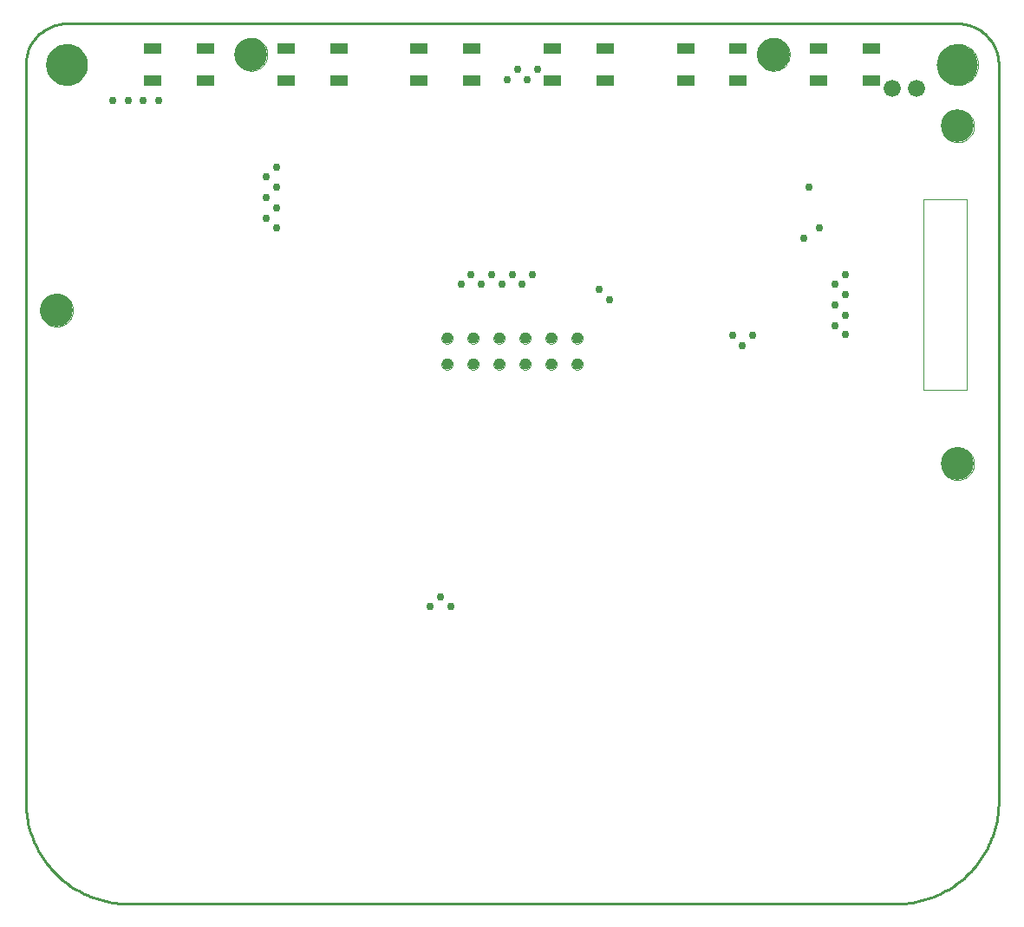
<source format=gbs>
G75*
%MOIN*%
%OFA0B0*%
%FSLAX24Y24*%
%IPPOS*%
%LPD*%
%AMOC8*
5,1,8,0,0,1.08239X$1,22.5*
%
%ADD10C,0.0100*%
%ADD11C,0.0000*%
%ADD12C,0.1575*%
%ADD13C,0.0039*%
%ADD14C,0.1260*%
%ADD15R,0.0650X0.0394*%
%ADD16C,0.0660*%
%ADD17C,0.0433*%
%ADD18C,0.0300*%
D10*
X005927Y004947D02*
X035455Y004947D01*
X035579Y004949D01*
X035702Y004955D01*
X035826Y004964D01*
X035948Y004978D01*
X036071Y004995D01*
X036193Y005017D01*
X036314Y005042D01*
X036434Y005071D01*
X036553Y005103D01*
X036672Y005140D01*
X036789Y005180D01*
X036904Y005223D01*
X037019Y005271D01*
X037131Y005322D01*
X037242Y005376D01*
X037352Y005434D01*
X037459Y005495D01*
X037565Y005560D01*
X037668Y005628D01*
X037769Y005699D01*
X037868Y005773D01*
X037965Y005850D01*
X038059Y005931D01*
X038150Y006014D01*
X038239Y006100D01*
X038325Y006189D01*
X038408Y006280D01*
X038489Y006374D01*
X038566Y006471D01*
X038640Y006570D01*
X038711Y006671D01*
X038779Y006774D01*
X038844Y006880D01*
X038905Y006987D01*
X038963Y007097D01*
X039017Y007208D01*
X039068Y007320D01*
X039116Y007435D01*
X039159Y007550D01*
X039199Y007667D01*
X039236Y007786D01*
X039268Y007905D01*
X039297Y008025D01*
X039322Y008146D01*
X039344Y008268D01*
X039361Y008391D01*
X039375Y008513D01*
X039384Y008637D01*
X039390Y008760D01*
X039392Y008884D01*
X039392Y037231D01*
X039390Y037308D01*
X039384Y037385D01*
X039375Y037462D01*
X039362Y037538D01*
X039345Y037614D01*
X039324Y037688D01*
X039300Y037762D01*
X039272Y037834D01*
X039241Y037904D01*
X039206Y037973D01*
X039168Y038041D01*
X039127Y038106D01*
X039082Y038169D01*
X039034Y038230D01*
X038984Y038289D01*
X038931Y038345D01*
X038875Y038398D01*
X038816Y038448D01*
X038755Y038496D01*
X038692Y038541D01*
X038627Y038582D01*
X038559Y038620D01*
X038490Y038655D01*
X038420Y038686D01*
X038348Y038714D01*
X038274Y038738D01*
X038200Y038759D01*
X038124Y038776D01*
X038048Y038789D01*
X037971Y038798D01*
X037894Y038804D01*
X037817Y038806D01*
X003565Y038806D01*
X003488Y038804D01*
X003411Y038798D01*
X003334Y038789D01*
X003258Y038776D01*
X003182Y038759D01*
X003108Y038738D01*
X003034Y038714D01*
X002962Y038686D01*
X002892Y038655D01*
X002823Y038620D01*
X002755Y038582D01*
X002690Y038541D01*
X002627Y038496D01*
X002566Y038448D01*
X002507Y038398D01*
X002451Y038345D01*
X002398Y038289D01*
X002348Y038230D01*
X002300Y038169D01*
X002255Y038106D01*
X002214Y038041D01*
X002176Y037973D01*
X002141Y037904D01*
X002110Y037834D01*
X002082Y037762D01*
X002058Y037688D01*
X002037Y037614D01*
X002020Y037538D01*
X002007Y037462D01*
X001998Y037385D01*
X001992Y037308D01*
X001990Y037231D01*
X001990Y008884D01*
X001992Y008760D01*
X001998Y008637D01*
X002007Y008513D01*
X002021Y008391D01*
X002038Y008268D01*
X002060Y008146D01*
X002085Y008025D01*
X002114Y007905D01*
X002146Y007786D01*
X002183Y007667D01*
X002223Y007550D01*
X002266Y007435D01*
X002314Y007320D01*
X002365Y007208D01*
X002419Y007097D01*
X002477Y006987D01*
X002538Y006880D01*
X002603Y006774D01*
X002671Y006671D01*
X002742Y006570D01*
X002816Y006471D01*
X002893Y006374D01*
X002974Y006280D01*
X003057Y006189D01*
X003143Y006100D01*
X003232Y006014D01*
X003323Y005931D01*
X003417Y005850D01*
X003514Y005773D01*
X003613Y005699D01*
X003714Y005628D01*
X003817Y005560D01*
X003923Y005495D01*
X004030Y005434D01*
X004140Y005376D01*
X004251Y005322D01*
X004363Y005271D01*
X004478Y005223D01*
X004593Y005180D01*
X004710Y005140D01*
X004829Y005103D01*
X004948Y005071D01*
X005068Y005042D01*
X005189Y005017D01*
X005311Y004995D01*
X005434Y004978D01*
X005556Y004964D01*
X005680Y004955D01*
X005803Y004949D01*
X005927Y004947D01*
D11*
X017974Y025707D02*
X017976Y025736D01*
X017982Y025764D01*
X017991Y025792D01*
X018004Y025818D01*
X018021Y025841D01*
X018040Y025863D01*
X018062Y025882D01*
X018087Y025897D01*
X018113Y025910D01*
X018141Y025918D01*
X018169Y025923D01*
X018198Y025924D01*
X018227Y025921D01*
X018255Y025914D01*
X018282Y025904D01*
X018308Y025890D01*
X018331Y025873D01*
X018352Y025853D01*
X018370Y025830D01*
X018385Y025805D01*
X018396Y025778D01*
X018404Y025750D01*
X018408Y025721D01*
X018408Y025693D01*
X018404Y025664D01*
X018396Y025636D01*
X018385Y025609D01*
X018370Y025584D01*
X018352Y025561D01*
X018331Y025541D01*
X018308Y025524D01*
X018282Y025510D01*
X018255Y025500D01*
X018227Y025493D01*
X018198Y025490D01*
X018169Y025491D01*
X018141Y025496D01*
X018113Y025504D01*
X018087Y025517D01*
X018062Y025532D01*
X018040Y025551D01*
X018021Y025573D01*
X018004Y025596D01*
X017991Y025622D01*
X017982Y025650D01*
X017976Y025678D01*
X017974Y025707D01*
X017974Y026707D02*
X017976Y026736D01*
X017982Y026764D01*
X017991Y026792D01*
X018004Y026818D01*
X018021Y026841D01*
X018040Y026863D01*
X018062Y026882D01*
X018087Y026897D01*
X018113Y026910D01*
X018141Y026918D01*
X018169Y026923D01*
X018198Y026924D01*
X018227Y026921D01*
X018255Y026914D01*
X018282Y026904D01*
X018308Y026890D01*
X018331Y026873D01*
X018352Y026853D01*
X018370Y026830D01*
X018385Y026805D01*
X018396Y026778D01*
X018404Y026750D01*
X018408Y026721D01*
X018408Y026693D01*
X018404Y026664D01*
X018396Y026636D01*
X018385Y026609D01*
X018370Y026584D01*
X018352Y026561D01*
X018331Y026541D01*
X018308Y026524D01*
X018282Y026510D01*
X018255Y026500D01*
X018227Y026493D01*
X018198Y026490D01*
X018169Y026491D01*
X018141Y026496D01*
X018113Y026504D01*
X018087Y026517D01*
X018062Y026532D01*
X018040Y026551D01*
X018021Y026573D01*
X018004Y026596D01*
X017991Y026622D01*
X017982Y026650D01*
X017976Y026678D01*
X017974Y026707D01*
X018974Y026707D02*
X018976Y026736D01*
X018982Y026764D01*
X018991Y026792D01*
X019004Y026818D01*
X019021Y026841D01*
X019040Y026863D01*
X019062Y026882D01*
X019087Y026897D01*
X019113Y026910D01*
X019141Y026918D01*
X019169Y026923D01*
X019198Y026924D01*
X019227Y026921D01*
X019255Y026914D01*
X019282Y026904D01*
X019308Y026890D01*
X019331Y026873D01*
X019352Y026853D01*
X019370Y026830D01*
X019385Y026805D01*
X019396Y026778D01*
X019404Y026750D01*
X019408Y026721D01*
X019408Y026693D01*
X019404Y026664D01*
X019396Y026636D01*
X019385Y026609D01*
X019370Y026584D01*
X019352Y026561D01*
X019331Y026541D01*
X019308Y026524D01*
X019282Y026510D01*
X019255Y026500D01*
X019227Y026493D01*
X019198Y026490D01*
X019169Y026491D01*
X019141Y026496D01*
X019113Y026504D01*
X019087Y026517D01*
X019062Y026532D01*
X019040Y026551D01*
X019021Y026573D01*
X019004Y026596D01*
X018991Y026622D01*
X018982Y026650D01*
X018976Y026678D01*
X018974Y026707D01*
X018974Y025707D02*
X018976Y025736D01*
X018982Y025764D01*
X018991Y025792D01*
X019004Y025818D01*
X019021Y025841D01*
X019040Y025863D01*
X019062Y025882D01*
X019087Y025897D01*
X019113Y025910D01*
X019141Y025918D01*
X019169Y025923D01*
X019198Y025924D01*
X019227Y025921D01*
X019255Y025914D01*
X019282Y025904D01*
X019308Y025890D01*
X019331Y025873D01*
X019352Y025853D01*
X019370Y025830D01*
X019385Y025805D01*
X019396Y025778D01*
X019404Y025750D01*
X019408Y025721D01*
X019408Y025693D01*
X019404Y025664D01*
X019396Y025636D01*
X019385Y025609D01*
X019370Y025584D01*
X019352Y025561D01*
X019331Y025541D01*
X019308Y025524D01*
X019282Y025510D01*
X019255Y025500D01*
X019227Y025493D01*
X019198Y025490D01*
X019169Y025491D01*
X019141Y025496D01*
X019113Y025504D01*
X019087Y025517D01*
X019062Y025532D01*
X019040Y025551D01*
X019021Y025573D01*
X019004Y025596D01*
X018991Y025622D01*
X018982Y025650D01*
X018976Y025678D01*
X018974Y025707D01*
X019974Y025707D02*
X019976Y025736D01*
X019982Y025764D01*
X019991Y025792D01*
X020004Y025818D01*
X020021Y025841D01*
X020040Y025863D01*
X020062Y025882D01*
X020087Y025897D01*
X020113Y025910D01*
X020141Y025918D01*
X020169Y025923D01*
X020198Y025924D01*
X020227Y025921D01*
X020255Y025914D01*
X020282Y025904D01*
X020308Y025890D01*
X020331Y025873D01*
X020352Y025853D01*
X020370Y025830D01*
X020385Y025805D01*
X020396Y025778D01*
X020404Y025750D01*
X020408Y025721D01*
X020408Y025693D01*
X020404Y025664D01*
X020396Y025636D01*
X020385Y025609D01*
X020370Y025584D01*
X020352Y025561D01*
X020331Y025541D01*
X020308Y025524D01*
X020282Y025510D01*
X020255Y025500D01*
X020227Y025493D01*
X020198Y025490D01*
X020169Y025491D01*
X020141Y025496D01*
X020113Y025504D01*
X020087Y025517D01*
X020062Y025532D01*
X020040Y025551D01*
X020021Y025573D01*
X020004Y025596D01*
X019991Y025622D01*
X019982Y025650D01*
X019976Y025678D01*
X019974Y025707D01*
X019974Y026707D02*
X019976Y026736D01*
X019982Y026764D01*
X019991Y026792D01*
X020004Y026818D01*
X020021Y026841D01*
X020040Y026863D01*
X020062Y026882D01*
X020087Y026897D01*
X020113Y026910D01*
X020141Y026918D01*
X020169Y026923D01*
X020198Y026924D01*
X020227Y026921D01*
X020255Y026914D01*
X020282Y026904D01*
X020308Y026890D01*
X020331Y026873D01*
X020352Y026853D01*
X020370Y026830D01*
X020385Y026805D01*
X020396Y026778D01*
X020404Y026750D01*
X020408Y026721D01*
X020408Y026693D01*
X020404Y026664D01*
X020396Y026636D01*
X020385Y026609D01*
X020370Y026584D01*
X020352Y026561D01*
X020331Y026541D01*
X020308Y026524D01*
X020282Y026510D01*
X020255Y026500D01*
X020227Y026493D01*
X020198Y026490D01*
X020169Y026491D01*
X020141Y026496D01*
X020113Y026504D01*
X020087Y026517D01*
X020062Y026532D01*
X020040Y026551D01*
X020021Y026573D01*
X020004Y026596D01*
X019991Y026622D01*
X019982Y026650D01*
X019976Y026678D01*
X019974Y026707D01*
X020974Y026707D02*
X020976Y026736D01*
X020982Y026764D01*
X020991Y026792D01*
X021004Y026818D01*
X021021Y026841D01*
X021040Y026863D01*
X021062Y026882D01*
X021087Y026897D01*
X021113Y026910D01*
X021141Y026918D01*
X021169Y026923D01*
X021198Y026924D01*
X021227Y026921D01*
X021255Y026914D01*
X021282Y026904D01*
X021308Y026890D01*
X021331Y026873D01*
X021352Y026853D01*
X021370Y026830D01*
X021385Y026805D01*
X021396Y026778D01*
X021404Y026750D01*
X021408Y026721D01*
X021408Y026693D01*
X021404Y026664D01*
X021396Y026636D01*
X021385Y026609D01*
X021370Y026584D01*
X021352Y026561D01*
X021331Y026541D01*
X021308Y026524D01*
X021282Y026510D01*
X021255Y026500D01*
X021227Y026493D01*
X021198Y026490D01*
X021169Y026491D01*
X021141Y026496D01*
X021113Y026504D01*
X021087Y026517D01*
X021062Y026532D01*
X021040Y026551D01*
X021021Y026573D01*
X021004Y026596D01*
X020991Y026622D01*
X020982Y026650D01*
X020976Y026678D01*
X020974Y026707D01*
X020974Y025707D02*
X020976Y025736D01*
X020982Y025764D01*
X020991Y025792D01*
X021004Y025818D01*
X021021Y025841D01*
X021040Y025863D01*
X021062Y025882D01*
X021087Y025897D01*
X021113Y025910D01*
X021141Y025918D01*
X021169Y025923D01*
X021198Y025924D01*
X021227Y025921D01*
X021255Y025914D01*
X021282Y025904D01*
X021308Y025890D01*
X021331Y025873D01*
X021352Y025853D01*
X021370Y025830D01*
X021385Y025805D01*
X021396Y025778D01*
X021404Y025750D01*
X021408Y025721D01*
X021408Y025693D01*
X021404Y025664D01*
X021396Y025636D01*
X021385Y025609D01*
X021370Y025584D01*
X021352Y025561D01*
X021331Y025541D01*
X021308Y025524D01*
X021282Y025510D01*
X021255Y025500D01*
X021227Y025493D01*
X021198Y025490D01*
X021169Y025491D01*
X021141Y025496D01*
X021113Y025504D01*
X021087Y025517D01*
X021062Y025532D01*
X021040Y025551D01*
X021021Y025573D01*
X021004Y025596D01*
X020991Y025622D01*
X020982Y025650D01*
X020976Y025678D01*
X020974Y025707D01*
X021974Y025707D02*
X021976Y025736D01*
X021982Y025764D01*
X021991Y025792D01*
X022004Y025818D01*
X022021Y025841D01*
X022040Y025863D01*
X022062Y025882D01*
X022087Y025897D01*
X022113Y025910D01*
X022141Y025918D01*
X022169Y025923D01*
X022198Y025924D01*
X022227Y025921D01*
X022255Y025914D01*
X022282Y025904D01*
X022308Y025890D01*
X022331Y025873D01*
X022352Y025853D01*
X022370Y025830D01*
X022385Y025805D01*
X022396Y025778D01*
X022404Y025750D01*
X022408Y025721D01*
X022408Y025693D01*
X022404Y025664D01*
X022396Y025636D01*
X022385Y025609D01*
X022370Y025584D01*
X022352Y025561D01*
X022331Y025541D01*
X022308Y025524D01*
X022282Y025510D01*
X022255Y025500D01*
X022227Y025493D01*
X022198Y025490D01*
X022169Y025491D01*
X022141Y025496D01*
X022113Y025504D01*
X022087Y025517D01*
X022062Y025532D01*
X022040Y025551D01*
X022021Y025573D01*
X022004Y025596D01*
X021991Y025622D01*
X021982Y025650D01*
X021976Y025678D01*
X021974Y025707D01*
X021974Y026707D02*
X021976Y026736D01*
X021982Y026764D01*
X021991Y026792D01*
X022004Y026818D01*
X022021Y026841D01*
X022040Y026863D01*
X022062Y026882D01*
X022087Y026897D01*
X022113Y026910D01*
X022141Y026918D01*
X022169Y026923D01*
X022198Y026924D01*
X022227Y026921D01*
X022255Y026914D01*
X022282Y026904D01*
X022308Y026890D01*
X022331Y026873D01*
X022352Y026853D01*
X022370Y026830D01*
X022385Y026805D01*
X022396Y026778D01*
X022404Y026750D01*
X022408Y026721D01*
X022408Y026693D01*
X022404Y026664D01*
X022396Y026636D01*
X022385Y026609D01*
X022370Y026584D01*
X022352Y026561D01*
X022331Y026541D01*
X022308Y026524D01*
X022282Y026510D01*
X022255Y026500D01*
X022227Y026493D01*
X022198Y026490D01*
X022169Y026491D01*
X022141Y026496D01*
X022113Y026504D01*
X022087Y026517D01*
X022062Y026532D01*
X022040Y026551D01*
X022021Y026573D01*
X022004Y026596D01*
X021991Y026622D01*
X021982Y026650D01*
X021976Y026678D01*
X021974Y026707D01*
X022974Y026707D02*
X022976Y026736D01*
X022982Y026764D01*
X022991Y026792D01*
X023004Y026818D01*
X023021Y026841D01*
X023040Y026863D01*
X023062Y026882D01*
X023087Y026897D01*
X023113Y026910D01*
X023141Y026918D01*
X023169Y026923D01*
X023198Y026924D01*
X023227Y026921D01*
X023255Y026914D01*
X023282Y026904D01*
X023308Y026890D01*
X023331Y026873D01*
X023352Y026853D01*
X023370Y026830D01*
X023385Y026805D01*
X023396Y026778D01*
X023404Y026750D01*
X023408Y026721D01*
X023408Y026693D01*
X023404Y026664D01*
X023396Y026636D01*
X023385Y026609D01*
X023370Y026584D01*
X023352Y026561D01*
X023331Y026541D01*
X023308Y026524D01*
X023282Y026510D01*
X023255Y026500D01*
X023227Y026493D01*
X023198Y026490D01*
X023169Y026491D01*
X023141Y026496D01*
X023113Y026504D01*
X023087Y026517D01*
X023062Y026532D01*
X023040Y026551D01*
X023021Y026573D01*
X023004Y026596D01*
X022991Y026622D01*
X022982Y026650D01*
X022976Y026678D01*
X022974Y026707D01*
X022974Y025707D02*
X022976Y025736D01*
X022982Y025764D01*
X022991Y025792D01*
X023004Y025818D01*
X023021Y025841D01*
X023040Y025863D01*
X023062Y025882D01*
X023087Y025897D01*
X023113Y025910D01*
X023141Y025918D01*
X023169Y025923D01*
X023198Y025924D01*
X023227Y025921D01*
X023255Y025914D01*
X023282Y025904D01*
X023308Y025890D01*
X023331Y025873D01*
X023352Y025853D01*
X023370Y025830D01*
X023385Y025805D01*
X023396Y025778D01*
X023404Y025750D01*
X023408Y025721D01*
X023408Y025693D01*
X023404Y025664D01*
X023396Y025636D01*
X023385Y025609D01*
X023370Y025584D01*
X023352Y025561D01*
X023331Y025541D01*
X023308Y025524D01*
X023282Y025510D01*
X023255Y025500D01*
X023227Y025493D01*
X023198Y025490D01*
X023169Y025491D01*
X023141Y025496D01*
X023113Y025504D01*
X023087Y025517D01*
X023062Y025532D01*
X023040Y025551D01*
X023021Y025573D01*
X023004Y025596D01*
X022991Y025622D01*
X022982Y025650D01*
X022976Y025678D01*
X022974Y025707D01*
X030101Y037624D02*
X030103Y037674D01*
X030109Y037724D01*
X030119Y037773D01*
X030133Y037821D01*
X030150Y037868D01*
X030171Y037913D01*
X030196Y037957D01*
X030224Y037998D01*
X030256Y038037D01*
X030290Y038074D01*
X030327Y038108D01*
X030367Y038138D01*
X030409Y038165D01*
X030453Y038189D01*
X030499Y038210D01*
X030546Y038226D01*
X030594Y038239D01*
X030644Y038248D01*
X030693Y038253D01*
X030744Y038254D01*
X030794Y038251D01*
X030843Y038244D01*
X030892Y038233D01*
X030940Y038218D01*
X030986Y038200D01*
X031031Y038178D01*
X031074Y038152D01*
X031115Y038123D01*
X031154Y038091D01*
X031190Y038056D01*
X031222Y038018D01*
X031252Y037978D01*
X031279Y037935D01*
X031302Y037891D01*
X031321Y037845D01*
X031337Y037797D01*
X031349Y037748D01*
X031357Y037699D01*
X031361Y037649D01*
X031361Y037599D01*
X031357Y037549D01*
X031349Y037500D01*
X031337Y037451D01*
X031321Y037403D01*
X031302Y037357D01*
X031279Y037313D01*
X031252Y037270D01*
X031222Y037230D01*
X031190Y037192D01*
X031154Y037157D01*
X031115Y037125D01*
X031074Y037096D01*
X031031Y037070D01*
X030986Y037048D01*
X030940Y037030D01*
X030892Y037015D01*
X030843Y037004D01*
X030794Y036997D01*
X030744Y036994D01*
X030693Y036995D01*
X030644Y037000D01*
X030594Y037009D01*
X030546Y037022D01*
X030499Y037038D01*
X030453Y037059D01*
X030409Y037083D01*
X030367Y037110D01*
X030327Y037140D01*
X030290Y037174D01*
X030256Y037211D01*
X030224Y037250D01*
X030196Y037291D01*
X030171Y037335D01*
X030150Y037380D01*
X030133Y037427D01*
X030119Y037475D01*
X030109Y037524D01*
X030103Y037574D01*
X030101Y037624D01*
X036518Y032034D02*
X036518Y031561D01*
X037187Y034869D02*
X037189Y034919D01*
X037195Y034969D01*
X037205Y035018D01*
X037219Y035066D01*
X037236Y035113D01*
X037257Y035158D01*
X037282Y035202D01*
X037310Y035243D01*
X037342Y035282D01*
X037376Y035319D01*
X037413Y035353D01*
X037453Y035383D01*
X037495Y035410D01*
X037539Y035434D01*
X037585Y035455D01*
X037632Y035471D01*
X037680Y035484D01*
X037730Y035493D01*
X037779Y035498D01*
X037830Y035499D01*
X037880Y035496D01*
X037929Y035489D01*
X037978Y035478D01*
X038026Y035463D01*
X038072Y035445D01*
X038117Y035423D01*
X038160Y035397D01*
X038201Y035368D01*
X038240Y035336D01*
X038276Y035301D01*
X038308Y035263D01*
X038338Y035223D01*
X038365Y035180D01*
X038388Y035136D01*
X038407Y035090D01*
X038423Y035042D01*
X038435Y034993D01*
X038443Y034944D01*
X038447Y034894D01*
X038447Y034844D01*
X038443Y034794D01*
X038435Y034745D01*
X038423Y034696D01*
X038407Y034648D01*
X038388Y034602D01*
X038365Y034558D01*
X038338Y034515D01*
X038308Y034475D01*
X038276Y034437D01*
X038240Y034402D01*
X038201Y034370D01*
X038160Y034341D01*
X038117Y034315D01*
X038072Y034293D01*
X038026Y034275D01*
X037978Y034260D01*
X037929Y034249D01*
X037880Y034242D01*
X037830Y034239D01*
X037779Y034240D01*
X037730Y034245D01*
X037680Y034254D01*
X037632Y034267D01*
X037585Y034283D01*
X037539Y034304D01*
X037495Y034328D01*
X037453Y034355D01*
X037413Y034385D01*
X037376Y034419D01*
X037342Y034456D01*
X037310Y034495D01*
X037282Y034536D01*
X037257Y034580D01*
X037236Y034625D01*
X037219Y034672D01*
X037205Y034720D01*
X037195Y034769D01*
X037189Y034819D01*
X037187Y034869D01*
X037030Y037231D02*
X037032Y037287D01*
X037038Y037342D01*
X037048Y037396D01*
X037061Y037450D01*
X037079Y037503D01*
X037100Y037554D01*
X037124Y037604D01*
X037152Y037652D01*
X037184Y037698D01*
X037218Y037742D01*
X037256Y037783D01*
X037296Y037821D01*
X037339Y037856D01*
X037384Y037888D01*
X037432Y037917D01*
X037481Y037943D01*
X037532Y037965D01*
X037584Y037983D01*
X037638Y037997D01*
X037693Y038008D01*
X037748Y038015D01*
X037803Y038018D01*
X037859Y038017D01*
X037914Y038012D01*
X037969Y038003D01*
X038023Y037991D01*
X038076Y037974D01*
X038128Y037954D01*
X038178Y037930D01*
X038226Y037903D01*
X038273Y037873D01*
X038317Y037839D01*
X038359Y037802D01*
X038397Y037762D01*
X038434Y037720D01*
X038467Y037675D01*
X038496Y037629D01*
X038523Y037580D01*
X038545Y037529D01*
X038565Y037477D01*
X038580Y037423D01*
X038592Y037369D01*
X038600Y037314D01*
X038604Y037259D01*
X038604Y037203D01*
X038600Y037148D01*
X038592Y037093D01*
X038580Y037039D01*
X038565Y036985D01*
X038545Y036933D01*
X038523Y036882D01*
X038496Y036833D01*
X038467Y036787D01*
X038434Y036742D01*
X038397Y036700D01*
X038359Y036660D01*
X038317Y036623D01*
X038273Y036589D01*
X038226Y036559D01*
X038178Y036532D01*
X038128Y036508D01*
X038076Y036488D01*
X038023Y036471D01*
X037969Y036459D01*
X037914Y036450D01*
X037859Y036445D01*
X037803Y036444D01*
X037748Y036447D01*
X037693Y036454D01*
X037638Y036465D01*
X037584Y036479D01*
X037532Y036497D01*
X037481Y036519D01*
X037432Y036545D01*
X037384Y036574D01*
X037339Y036606D01*
X037296Y036641D01*
X037256Y036679D01*
X037218Y036720D01*
X037184Y036764D01*
X037152Y036810D01*
X037124Y036858D01*
X037100Y036908D01*
X037079Y036959D01*
X037061Y037012D01*
X037048Y037066D01*
X037038Y037120D01*
X037032Y037175D01*
X037030Y037231D01*
X037187Y021876D02*
X037189Y021926D01*
X037195Y021976D01*
X037205Y022025D01*
X037219Y022073D01*
X037236Y022120D01*
X037257Y022165D01*
X037282Y022209D01*
X037310Y022250D01*
X037342Y022289D01*
X037376Y022326D01*
X037413Y022360D01*
X037453Y022390D01*
X037495Y022417D01*
X037539Y022441D01*
X037585Y022462D01*
X037632Y022478D01*
X037680Y022491D01*
X037730Y022500D01*
X037779Y022505D01*
X037830Y022506D01*
X037880Y022503D01*
X037929Y022496D01*
X037978Y022485D01*
X038026Y022470D01*
X038072Y022452D01*
X038117Y022430D01*
X038160Y022404D01*
X038201Y022375D01*
X038240Y022343D01*
X038276Y022308D01*
X038308Y022270D01*
X038338Y022230D01*
X038365Y022187D01*
X038388Y022143D01*
X038407Y022097D01*
X038423Y022049D01*
X038435Y022000D01*
X038443Y021951D01*
X038447Y021901D01*
X038447Y021851D01*
X038443Y021801D01*
X038435Y021752D01*
X038423Y021703D01*
X038407Y021655D01*
X038388Y021609D01*
X038365Y021565D01*
X038338Y021522D01*
X038308Y021482D01*
X038276Y021444D01*
X038240Y021409D01*
X038201Y021377D01*
X038160Y021348D01*
X038117Y021322D01*
X038072Y021300D01*
X038026Y021282D01*
X037978Y021267D01*
X037929Y021256D01*
X037880Y021249D01*
X037830Y021246D01*
X037779Y021247D01*
X037730Y021252D01*
X037680Y021261D01*
X037632Y021274D01*
X037585Y021290D01*
X037539Y021311D01*
X037495Y021335D01*
X037453Y021362D01*
X037413Y021392D01*
X037376Y021426D01*
X037342Y021463D01*
X037310Y021502D01*
X037282Y021543D01*
X037257Y021587D01*
X037236Y021632D01*
X037219Y021679D01*
X037205Y021727D01*
X037195Y021776D01*
X037189Y021826D01*
X037187Y021876D01*
X010022Y037624D02*
X010024Y037674D01*
X010030Y037724D01*
X010040Y037773D01*
X010054Y037821D01*
X010071Y037868D01*
X010092Y037913D01*
X010117Y037957D01*
X010145Y037998D01*
X010177Y038037D01*
X010211Y038074D01*
X010248Y038108D01*
X010288Y038138D01*
X010330Y038165D01*
X010374Y038189D01*
X010420Y038210D01*
X010467Y038226D01*
X010515Y038239D01*
X010565Y038248D01*
X010614Y038253D01*
X010665Y038254D01*
X010715Y038251D01*
X010764Y038244D01*
X010813Y038233D01*
X010861Y038218D01*
X010907Y038200D01*
X010952Y038178D01*
X010995Y038152D01*
X011036Y038123D01*
X011075Y038091D01*
X011111Y038056D01*
X011143Y038018D01*
X011173Y037978D01*
X011200Y037935D01*
X011223Y037891D01*
X011242Y037845D01*
X011258Y037797D01*
X011270Y037748D01*
X011278Y037699D01*
X011282Y037649D01*
X011282Y037599D01*
X011278Y037549D01*
X011270Y037500D01*
X011258Y037451D01*
X011242Y037403D01*
X011223Y037357D01*
X011200Y037313D01*
X011173Y037270D01*
X011143Y037230D01*
X011111Y037192D01*
X011075Y037157D01*
X011036Y037125D01*
X010995Y037096D01*
X010952Y037070D01*
X010907Y037048D01*
X010861Y037030D01*
X010813Y037015D01*
X010764Y037004D01*
X010715Y036997D01*
X010665Y036994D01*
X010614Y036995D01*
X010565Y037000D01*
X010515Y037009D01*
X010467Y037022D01*
X010420Y037038D01*
X010374Y037059D01*
X010330Y037083D01*
X010288Y037110D01*
X010248Y037140D01*
X010211Y037174D01*
X010177Y037211D01*
X010145Y037250D01*
X010117Y037291D01*
X010092Y037335D01*
X010071Y037380D01*
X010054Y037427D01*
X010040Y037475D01*
X010030Y037524D01*
X010024Y037574D01*
X010022Y037624D01*
X002778Y037231D02*
X002780Y037287D01*
X002786Y037342D01*
X002796Y037396D01*
X002809Y037450D01*
X002827Y037503D01*
X002848Y037554D01*
X002872Y037604D01*
X002900Y037652D01*
X002932Y037698D01*
X002966Y037742D01*
X003004Y037783D01*
X003044Y037821D01*
X003087Y037856D01*
X003132Y037888D01*
X003180Y037917D01*
X003229Y037943D01*
X003280Y037965D01*
X003332Y037983D01*
X003386Y037997D01*
X003441Y038008D01*
X003496Y038015D01*
X003551Y038018D01*
X003607Y038017D01*
X003662Y038012D01*
X003717Y038003D01*
X003771Y037991D01*
X003824Y037974D01*
X003876Y037954D01*
X003926Y037930D01*
X003974Y037903D01*
X004021Y037873D01*
X004065Y037839D01*
X004107Y037802D01*
X004145Y037762D01*
X004182Y037720D01*
X004215Y037675D01*
X004244Y037629D01*
X004271Y037580D01*
X004293Y037529D01*
X004313Y037477D01*
X004328Y037423D01*
X004340Y037369D01*
X004348Y037314D01*
X004352Y037259D01*
X004352Y037203D01*
X004348Y037148D01*
X004340Y037093D01*
X004328Y037039D01*
X004313Y036985D01*
X004293Y036933D01*
X004271Y036882D01*
X004244Y036833D01*
X004215Y036787D01*
X004182Y036742D01*
X004145Y036700D01*
X004107Y036660D01*
X004065Y036623D01*
X004021Y036589D01*
X003974Y036559D01*
X003926Y036532D01*
X003876Y036508D01*
X003824Y036488D01*
X003771Y036471D01*
X003717Y036459D01*
X003662Y036450D01*
X003607Y036445D01*
X003551Y036444D01*
X003496Y036447D01*
X003441Y036454D01*
X003386Y036465D01*
X003332Y036479D01*
X003280Y036497D01*
X003229Y036519D01*
X003180Y036545D01*
X003132Y036574D01*
X003087Y036606D01*
X003044Y036641D01*
X003004Y036679D01*
X002966Y036720D01*
X002932Y036764D01*
X002900Y036810D01*
X002872Y036858D01*
X002848Y036908D01*
X002827Y036959D01*
X002809Y037012D01*
X002796Y037066D01*
X002786Y037120D01*
X002780Y037175D01*
X002778Y037231D01*
X002541Y027782D02*
X002543Y027832D01*
X002549Y027882D01*
X002559Y027931D01*
X002573Y027979D01*
X002590Y028026D01*
X002611Y028071D01*
X002636Y028115D01*
X002664Y028156D01*
X002696Y028195D01*
X002730Y028232D01*
X002767Y028266D01*
X002807Y028296D01*
X002849Y028323D01*
X002893Y028347D01*
X002939Y028368D01*
X002986Y028384D01*
X003034Y028397D01*
X003084Y028406D01*
X003133Y028411D01*
X003184Y028412D01*
X003234Y028409D01*
X003283Y028402D01*
X003332Y028391D01*
X003380Y028376D01*
X003426Y028358D01*
X003471Y028336D01*
X003514Y028310D01*
X003555Y028281D01*
X003594Y028249D01*
X003630Y028214D01*
X003662Y028176D01*
X003692Y028136D01*
X003719Y028093D01*
X003742Y028049D01*
X003761Y028003D01*
X003777Y027955D01*
X003789Y027906D01*
X003797Y027857D01*
X003801Y027807D01*
X003801Y027757D01*
X003797Y027707D01*
X003789Y027658D01*
X003777Y027609D01*
X003761Y027561D01*
X003742Y027515D01*
X003719Y027471D01*
X003692Y027428D01*
X003662Y027388D01*
X003630Y027350D01*
X003594Y027315D01*
X003555Y027283D01*
X003514Y027254D01*
X003471Y027228D01*
X003426Y027206D01*
X003380Y027188D01*
X003332Y027173D01*
X003283Y027162D01*
X003234Y027155D01*
X003184Y027152D01*
X003133Y027153D01*
X003084Y027158D01*
X003034Y027167D01*
X002986Y027180D01*
X002939Y027196D01*
X002893Y027217D01*
X002849Y027241D01*
X002807Y027268D01*
X002767Y027298D01*
X002730Y027332D01*
X002696Y027369D01*
X002664Y027408D01*
X002636Y027449D01*
X002611Y027493D01*
X002590Y027538D01*
X002573Y027585D01*
X002559Y027633D01*
X002549Y027682D01*
X002543Y027732D01*
X002541Y027782D01*
D12*
X003565Y037231D03*
X037817Y037231D03*
D13*
X038171Y032034D02*
X036518Y032034D01*
X036518Y024711D01*
X038171Y024711D01*
X038171Y032034D01*
D14*
X037817Y034869D03*
X030731Y037624D03*
X037817Y021876D03*
X010652Y037624D03*
X003171Y027782D03*
D15*
X006881Y036601D03*
X006881Y037861D03*
X008910Y037861D03*
X008910Y036601D03*
X011999Y036601D03*
X011999Y037861D03*
X014029Y037861D03*
X014029Y036601D03*
X017118Y036601D03*
X017118Y037861D03*
X019147Y037861D03*
X019147Y036601D03*
X022236Y036601D03*
X022236Y037861D03*
X024265Y037861D03*
X024265Y036601D03*
X027354Y036601D03*
X027354Y037861D03*
X029383Y037861D03*
X029383Y036601D03*
X032472Y036601D03*
X032472Y037861D03*
X034501Y037861D03*
X034501Y036601D03*
D16*
X035301Y036317D03*
X036219Y036325D03*
D17*
X023191Y026707D03*
X022191Y026707D03*
X022191Y025707D03*
X023191Y025707D03*
X021191Y025707D03*
X020191Y025707D03*
X020191Y026707D03*
X021191Y026707D03*
X019191Y026707D03*
X018191Y026707D03*
X018191Y025707D03*
X019191Y025707D03*
D18*
X019510Y028766D03*
X019116Y029160D03*
X018723Y028766D03*
X019904Y029160D03*
X020297Y028766D03*
X020691Y029160D03*
X021085Y028766D03*
X021479Y029160D03*
X024038Y028569D03*
X024431Y028176D03*
X029156Y026798D03*
X029549Y026404D03*
X029943Y026798D03*
X031912Y030538D03*
X032502Y030932D03*
X032109Y032506D03*
X033486Y029160D03*
X033093Y028766D03*
X033486Y028373D03*
X033093Y027979D03*
X033486Y027585D03*
X033093Y027191D03*
X033486Y026837D03*
X021675Y037034D03*
X021282Y036640D03*
X020888Y037034D03*
X020494Y036640D03*
X011636Y033294D03*
X011242Y032900D03*
X011636Y032506D03*
X011242Y032113D03*
X011636Y031719D03*
X011242Y031325D03*
X011636Y030932D03*
X007109Y035853D03*
X006518Y035853D03*
X005927Y035853D03*
X005337Y035853D03*
X017935Y016758D03*
X017542Y016365D03*
X018329Y016365D03*
M02*

</source>
